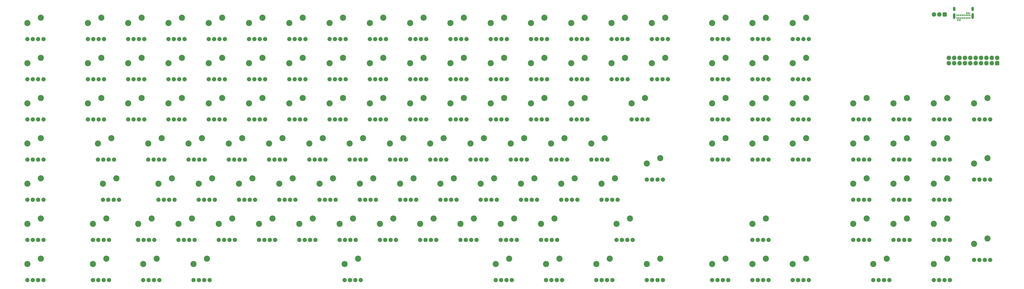
<source format=gts>
G04*
G04 #@! TF.GenerationSoftware,Altium Limited,Altium Designer,20.0.7 (75)*
G04*
G04 Layer_Color=8388736*
%FSLAX44Y44*%
%MOMM*%
G71*
G01*
G75*
%ADD11R,0.7500X0.6500*%
G04:AMPARAMS|DCode=12|XSize=2.1mm|YSize=2.1mm|CornerRadius=0.55mm|HoleSize=0mm|Usage=FLASHONLY|Rotation=180.000|XOffset=0mm|YOffset=0mm|HoleType=Round|Shape=RoundedRectangle|*
%AMROUNDEDRECTD12*
21,1,2.1000,1.0000,0,0,180.0*
21,1,1.0000,2.1000,0,0,180.0*
1,1,1.1000,-0.5000,0.5000*
1,1,1.1000,0.5000,0.5000*
1,1,1.1000,0.5000,-0.5000*
1,1,1.1000,-0.5000,-0.5000*
%
%ADD12ROUNDEDRECTD12*%
%ADD13C,2.1000*%
%ADD14O,1.2000X2.0000*%
%ADD15O,1.2000X2.7000*%
%ADD16C,0.7000*%
%ADD17C,0.1000*%
%ADD18C,2.0000*%
%ADD19C,2.9000*%
D11*
X4525750Y1318000D02*
D03*
X4516750D02*
D03*
X4474250Y1286000D02*
D03*
X4483250D02*
D03*
D12*
X4411400Y1312000D02*
D03*
X4660000Y1081400D02*
D03*
D13*
X4386000Y1312000D02*
D03*
X4360600D02*
D03*
X4660000Y1106800D02*
D03*
X4634600Y1081400D02*
D03*
Y1106800D02*
D03*
X4609200Y1081400D02*
D03*
Y1106800D02*
D03*
X4583800Y1081400D02*
D03*
Y1106800D02*
D03*
X4558400Y1081400D02*
D03*
Y1106800D02*
D03*
X4533000Y1081400D02*
D03*
Y1106800D02*
D03*
X4507600Y1081400D02*
D03*
Y1106800D02*
D03*
X4482200Y1081400D02*
D03*
Y1106800D02*
D03*
X4456800Y1081400D02*
D03*
Y1106800D02*
D03*
X4431400Y1081400D02*
D03*
Y1106800D02*
D03*
D14*
X4543250Y1338600D02*
D03*
X4456750D02*
D03*
D15*
X4543250Y1304800D02*
D03*
X4456750D02*
D03*
D16*
X4529750Y1295000D02*
D03*
X4521250D02*
D03*
X4478750Y1308500D02*
D03*
X4487250D02*
D03*
X4495750D02*
D03*
X4504250D02*
D03*
X4512750D02*
D03*
X4521250D02*
D03*
X4529750D02*
D03*
X4470250D02*
D03*
X4512750Y1295000D02*
D03*
X4504250D02*
D03*
X4495750D02*
D03*
X4487250D02*
D03*
X4478750D02*
D03*
X4470250D02*
D03*
D17*
X3912500Y1236000D02*
D03*
Y994000D02*
D03*
X4335000Y1240000D02*
D03*
Y990000D02*
D03*
X4397875Y865500D02*
D03*
X4448675D02*
D03*
X4347075D02*
D03*
X4207375D02*
D03*
X4258175D02*
D03*
X4156575D02*
D03*
X4016875D02*
D03*
X4067675D02*
D03*
X3966075D02*
D03*
X3540625Y1246500D02*
D03*
X3591425D02*
D03*
X3489825D02*
D03*
X3350125D02*
D03*
X3400925D02*
D03*
X3299325D02*
D03*
X4397875Y675000D02*
D03*
X4448675D02*
D03*
X4347075D02*
D03*
X4207375D02*
D03*
X4258175D02*
D03*
X4156575D02*
D03*
X4016875D02*
D03*
X4067675D02*
D03*
X3966075D02*
D03*
X3540625Y1056000D02*
D03*
X3591425D02*
D03*
X3489825D02*
D03*
X3350125D02*
D03*
X3400925D02*
D03*
X3299325D02*
D03*
X4397875Y484500D02*
D03*
X4448675D02*
D03*
X4347075D02*
D03*
X4207375D02*
D03*
X4258175D02*
D03*
X4156575D02*
D03*
X4016875D02*
D03*
X4067675D02*
D03*
X3966075D02*
D03*
X3731125Y1246500D02*
D03*
X3781925D02*
D03*
X3680325D02*
D03*
X3350125Y865500D02*
D03*
X3400925D02*
D03*
X3299325D02*
D03*
X4397875Y294000D02*
D03*
X4448675D02*
D03*
X4347075D02*
D03*
X4207375D02*
D03*
X4258175D02*
D03*
X4156575D02*
D03*
X4016875D02*
D03*
X4067675D02*
D03*
X3966075D02*
D03*
X3731125Y103500D02*
D03*
X3781925D02*
D03*
X3680325D02*
D03*
X3731125Y1056000D02*
D03*
X3781925D02*
D03*
X3680325D02*
D03*
X3350125Y675000D02*
D03*
X3400925D02*
D03*
X3299325D02*
D03*
X4588375Y865500D02*
D03*
X4639175D02*
D03*
X4537575D02*
D03*
X4112125Y103500D02*
D03*
X4162925D02*
D03*
X4061325D02*
D03*
X3540625Y294000D02*
D03*
X3591425D02*
D03*
X3489825D02*
D03*
X3731125Y865500D02*
D03*
X3781925D02*
D03*
X3680325D02*
D03*
X3540625D02*
D03*
X3591425D02*
D03*
X3489825D02*
D03*
X4588375Y579750D02*
D03*
X4639175D02*
D03*
X4537575D02*
D03*
X4397875Y103500D02*
D03*
X4448675D02*
D03*
X4347075D02*
D03*
X3540625D02*
D03*
X3591425D02*
D03*
X3489825D02*
D03*
X3731125Y675000D02*
D03*
X3781925D02*
D03*
X3680325D02*
D03*
X3540625D02*
D03*
X3591425D02*
D03*
X3489825D02*
D03*
X4588375Y198750D02*
D03*
X4639175D02*
D03*
X4537575D02*
D03*
X3350125Y103500D02*
D03*
X3400925D02*
D03*
X3299325D02*
D03*
X3064375Y1246500D02*
D03*
X3115175D02*
D03*
X3013575D02*
D03*
X2873875D02*
D03*
X2924675D02*
D03*
X2823075D02*
D03*
X2683375D02*
D03*
X2734175D02*
D03*
X2632575D02*
D03*
X2492875D02*
D03*
X2543675D02*
D03*
X2442075D02*
D03*
X2302375D02*
D03*
X2353175D02*
D03*
X2251575D02*
D03*
X2111875D02*
D03*
X2162675D02*
D03*
X2061075D02*
D03*
X1921375D02*
D03*
X1972175D02*
D03*
X1870575D02*
D03*
X1730875D02*
D03*
X1781675D02*
D03*
X1680075D02*
D03*
X1540375D02*
D03*
X1591175D02*
D03*
X1489575D02*
D03*
X1349875D02*
D03*
X1400675D02*
D03*
X1299075D02*
D03*
X1159375D02*
D03*
X1210175D02*
D03*
X1108575D02*
D03*
X968875D02*
D03*
X1019675D02*
D03*
X918075D02*
D03*
X778375D02*
D03*
X829175D02*
D03*
X727575D02*
D03*
X587875D02*
D03*
X638675D02*
D03*
X537075D02*
D03*
X397375D02*
D03*
X448175D02*
D03*
X346575D02*
D03*
X111625D02*
D03*
X162425D02*
D03*
X60825D02*
D03*
X3064375Y1056000D02*
D03*
X3115175D02*
D03*
X3013575D02*
D03*
X2873875D02*
D03*
X2924675D02*
D03*
X2823075D02*
D03*
X2683375D02*
D03*
X2734175D02*
D03*
X2632575D02*
D03*
X2492875D02*
D03*
X2543675D02*
D03*
X2442075D02*
D03*
X2302375D02*
D03*
X2353175D02*
D03*
X2251575D02*
D03*
X2111875D02*
D03*
X2162675D02*
D03*
X2061075D02*
D03*
X1921375D02*
D03*
X1972175D02*
D03*
X1870575D02*
D03*
X1730875D02*
D03*
X1781675D02*
D03*
X1680075D02*
D03*
X1540375D02*
D03*
X1591175D02*
D03*
X1489575D02*
D03*
X1349875D02*
D03*
X1400675D02*
D03*
X1299075D02*
D03*
X1159375D02*
D03*
X1210175D02*
D03*
X1108575D02*
D03*
X968875D02*
D03*
X1019675D02*
D03*
X918075D02*
D03*
X778375D02*
D03*
X829175D02*
D03*
X727575D02*
D03*
X587875D02*
D03*
X638675D02*
D03*
X537075D02*
D03*
X397375D02*
D03*
X448175D02*
D03*
X346575D02*
D03*
X111625D02*
D03*
X162425D02*
D03*
X60825D02*
D03*
X2969125Y865500D02*
D03*
X3019925D02*
D03*
X2918325D02*
D03*
X2683375D02*
D03*
X2734175D02*
D03*
X2632575D02*
D03*
X2492875D02*
D03*
X2543675D02*
D03*
X2442075D02*
D03*
X2302375D02*
D03*
X2353175D02*
D03*
X2251575D02*
D03*
X2111875D02*
D03*
X2162675D02*
D03*
X2061075D02*
D03*
X1921375D02*
D03*
X1972175D02*
D03*
X1870575D02*
D03*
X1730875D02*
D03*
X1781675D02*
D03*
X1680075D02*
D03*
X1540375D02*
D03*
X1591175D02*
D03*
X1489575D02*
D03*
X1349875D02*
D03*
X1400675D02*
D03*
X1299075D02*
D03*
X1159375D02*
D03*
X1210175D02*
D03*
X1108575D02*
D03*
X968875D02*
D03*
X1019675D02*
D03*
X918075D02*
D03*
X778375D02*
D03*
X829175D02*
D03*
X727575D02*
D03*
X587875D02*
D03*
X638675D02*
D03*
X537075D02*
D03*
X397375D02*
D03*
X448175D02*
D03*
X346575D02*
D03*
X111625D02*
D03*
X162425D02*
D03*
X60825D02*
D03*
X3040565Y579750D02*
D03*
X3091365D02*
D03*
X2989765D02*
D03*
X2778625Y675000D02*
D03*
X2829425D02*
D03*
X2727825D02*
D03*
X2588125D02*
D03*
X2638925D02*
D03*
X2537325D02*
D03*
X2397625D02*
D03*
X2448425D02*
D03*
X2346825D02*
D03*
X2207125D02*
D03*
X2257925D02*
D03*
X2156325D02*
D03*
X2016625D02*
D03*
X2067425D02*
D03*
X1965825D02*
D03*
X1826125D02*
D03*
X1876925D02*
D03*
X1775325D02*
D03*
X1635625D02*
D03*
X1686425D02*
D03*
X1584825D02*
D03*
X1445125D02*
D03*
X1495925D02*
D03*
X1394325D02*
D03*
X1254625D02*
D03*
X1305425D02*
D03*
X1203825D02*
D03*
X1064125D02*
D03*
X1114925D02*
D03*
X1013325D02*
D03*
X873625D02*
D03*
X924425D02*
D03*
X822825D02*
D03*
X683125D02*
D03*
X733925D02*
D03*
X632325D02*
D03*
X445000D02*
D03*
X495800D02*
D03*
X394200D02*
D03*
X111625D02*
D03*
X162425D02*
D03*
X60825D02*
D03*
X2826255Y484500D02*
D03*
X2877055D02*
D03*
X2775455D02*
D03*
X2635755D02*
D03*
X2686555D02*
D03*
X2584955D02*
D03*
X2445255D02*
D03*
X2496055D02*
D03*
X2394455D02*
D03*
X2254755D02*
D03*
X2305555D02*
D03*
X2203955D02*
D03*
X2064255D02*
D03*
X2115055D02*
D03*
X2013455D02*
D03*
X1873755D02*
D03*
X1924555D02*
D03*
X1822955D02*
D03*
X1683255D02*
D03*
X1734055D02*
D03*
X1632455D02*
D03*
X1492755D02*
D03*
X1543555D02*
D03*
X1441955D02*
D03*
X1302255D02*
D03*
X1353055D02*
D03*
X1251455D02*
D03*
X1111755D02*
D03*
X1162555D02*
D03*
X1060955D02*
D03*
X921255D02*
D03*
X972055D02*
D03*
X870455D02*
D03*
X730755D02*
D03*
X781555D02*
D03*
X679955D02*
D03*
X468813D02*
D03*
X519613D02*
D03*
X418013D02*
D03*
X111625D02*
D03*
X162425D02*
D03*
X60825D02*
D03*
X2897685Y294000D02*
D03*
X2948485D02*
D03*
X2846885D02*
D03*
X2540505D02*
D03*
X2591305D02*
D03*
X2489705D02*
D03*
X2350005D02*
D03*
X2400805D02*
D03*
X2299205D02*
D03*
X2159505D02*
D03*
X2210305D02*
D03*
X2108705D02*
D03*
X1969005D02*
D03*
X2019805D02*
D03*
X1918205D02*
D03*
X1778505D02*
D03*
X1829305D02*
D03*
X1727705D02*
D03*
X1588005D02*
D03*
X1638805D02*
D03*
X1537205D02*
D03*
X1397505D02*
D03*
X1448305D02*
D03*
X1346705D02*
D03*
X1207005D02*
D03*
X1257805D02*
D03*
X1156205D02*
D03*
X1016505D02*
D03*
X1067305D02*
D03*
X965705D02*
D03*
X826005D02*
D03*
X876805D02*
D03*
X775205D02*
D03*
X635505D02*
D03*
X686305D02*
D03*
X584705D02*
D03*
X421188D02*
D03*
X471988D02*
D03*
X370388D02*
D03*
X111625D02*
D03*
X162425D02*
D03*
X60825D02*
D03*
X3040565Y103500D02*
D03*
X3091365D02*
D03*
X2989765D02*
D03*
X2802435D02*
D03*
X2853235D02*
D03*
X2751635D02*
D03*
X2564315D02*
D03*
X2615115D02*
D03*
X2513515D02*
D03*
X2326185D02*
D03*
X2376985D02*
D03*
X2275385D02*
D03*
X1611815D02*
D03*
X1662615D02*
D03*
X1561015D02*
D03*
X897435D02*
D03*
X948235D02*
D03*
X846635D02*
D03*
X659315D02*
D03*
X710115D02*
D03*
X608515D02*
D03*
X421188D02*
D03*
X471988D02*
D03*
X370388D02*
D03*
X111625D02*
D03*
X162425D02*
D03*
X60825D02*
D03*
D18*
X4435975Y814700D02*
D03*
X4410575D02*
D03*
X4385175D02*
D03*
X4359775D02*
D03*
X4245475D02*
D03*
X4220075D02*
D03*
X4194675D02*
D03*
X4169275D02*
D03*
X4054975D02*
D03*
X4029575D02*
D03*
X4004175D02*
D03*
X3978775D02*
D03*
X3578725Y1195700D02*
D03*
X3553325D02*
D03*
X3527925D02*
D03*
X3502525D02*
D03*
X3388225D02*
D03*
X3362825D02*
D03*
X3337425D02*
D03*
X3312025D02*
D03*
X4435975Y624200D02*
D03*
X4410575D02*
D03*
X4385175D02*
D03*
X4359775D02*
D03*
X4245475D02*
D03*
X4220075D02*
D03*
X4194675D02*
D03*
X4169275D02*
D03*
X4054975D02*
D03*
X4029575D02*
D03*
X4004175D02*
D03*
X3978775D02*
D03*
X3578725Y1005200D02*
D03*
X3553325D02*
D03*
X3527925D02*
D03*
X3502525D02*
D03*
X3388225D02*
D03*
X3362825D02*
D03*
X3337425D02*
D03*
X3312025D02*
D03*
X4435975Y433700D02*
D03*
X4410575D02*
D03*
X4385175D02*
D03*
X4359775D02*
D03*
X4245475D02*
D03*
X4220075D02*
D03*
X4194675D02*
D03*
X4169275D02*
D03*
X4054975D02*
D03*
X4029575D02*
D03*
X4004175D02*
D03*
X3978775D02*
D03*
X3769225Y1195700D02*
D03*
X3743825D02*
D03*
X3718425D02*
D03*
X3693025D02*
D03*
X3388225Y814700D02*
D03*
X3362825D02*
D03*
X3337425D02*
D03*
X3312025D02*
D03*
X4435975Y243200D02*
D03*
X4410575D02*
D03*
X4385175D02*
D03*
X4359775D02*
D03*
X4245475D02*
D03*
X4220075D02*
D03*
X4194675D02*
D03*
X4169275D02*
D03*
X4054975D02*
D03*
X4029575D02*
D03*
X4004175D02*
D03*
X3978775D02*
D03*
X3769225Y52700D02*
D03*
X3743825D02*
D03*
X3718425D02*
D03*
X3693025D02*
D03*
X3769225Y1005200D02*
D03*
X3743825D02*
D03*
X3718425D02*
D03*
X3693025D02*
D03*
X3388225Y624200D02*
D03*
X3362825D02*
D03*
X3337425D02*
D03*
X3312025D02*
D03*
X4626475Y814700D02*
D03*
X4601075D02*
D03*
X4575675D02*
D03*
X4550275D02*
D03*
X4150225Y52700D02*
D03*
X4124825D02*
D03*
X4099425D02*
D03*
X4074025D02*
D03*
X3578725Y243200D02*
D03*
X3553325D02*
D03*
X3527925D02*
D03*
X3502525D02*
D03*
X3769225Y814700D02*
D03*
X3743825D02*
D03*
X3718425D02*
D03*
X3693025D02*
D03*
X3578725D02*
D03*
X3553325D02*
D03*
X3527925D02*
D03*
X3502525D02*
D03*
X4626475Y528950D02*
D03*
X4601075D02*
D03*
X4575675D02*
D03*
X4550275D02*
D03*
X4435975Y52700D02*
D03*
X4410575D02*
D03*
X4385175D02*
D03*
X4359775D02*
D03*
X3578725D02*
D03*
X3553325D02*
D03*
X3527925D02*
D03*
X3502525D02*
D03*
X3769225Y624200D02*
D03*
X3743825D02*
D03*
X3718425D02*
D03*
X3693025D02*
D03*
X3578725D02*
D03*
X3553325D02*
D03*
X3527925D02*
D03*
X3502525D02*
D03*
X4626475Y147950D02*
D03*
X4601075D02*
D03*
X4575675D02*
D03*
X4550275D02*
D03*
X3388225Y52700D02*
D03*
X3362825D02*
D03*
X3337425D02*
D03*
X3312025D02*
D03*
X3102475Y1195700D02*
D03*
X3077075D02*
D03*
X3051675D02*
D03*
X3026275D02*
D03*
X2911975D02*
D03*
X2886575D02*
D03*
X2861175D02*
D03*
X2835775D02*
D03*
X2721475D02*
D03*
X2696075D02*
D03*
X2670675D02*
D03*
X2645275D02*
D03*
X2530975D02*
D03*
X2505575D02*
D03*
X2480175D02*
D03*
X2454775D02*
D03*
X2340475D02*
D03*
X2315075D02*
D03*
X2289675D02*
D03*
X2264275D02*
D03*
X2149975D02*
D03*
X2124575D02*
D03*
X2099175D02*
D03*
X2073775D02*
D03*
X1959475D02*
D03*
X1934075D02*
D03*
X1908675D02*
D03*
X1883275D02*
D03*
X1768975D02*
D03*
X1743575D02*
D03*
X1718175D02*
D03*
X1692775D02*
D03*
X1578475D02*
D03*
X1553075D02*
D03*
X1527675D02*
D03*
X1502275D02*
D03*
X1387975D02*
D03*
X1362575D02*
D03*
X1337175D02*
D03*
X1311775D02*
D03*
X1197475D02*
D03*
X1172075D02*
D03*
X1146675D02*
D03*
X1121275D02*
D03*
X1006975D02*
D03*
X981575D02*
D03*
X956175D02*
D03*
X930775D02*
D03*
X816475D02*
D03*
X791075D02*
D03*
X765675D02*
D03*
X740275D02*
D03*
X625975D02*
D03*
X600575D02*
D03*
X575175D02*
D03*
X549775D02*
D03*
X435475D02*
D03*
X410075D02*
D03*
X384675D02*
D03*
X359275D02*
D03*
X149725D02*
D03*
X124325D02*
D03*
X98925D02*
D03*
X73525D02*
D03*
X3102475Y1005200D02*
D03*
X3077075D02*
D03*
X3051675D02*
D03*
X3026275D02*
D03*
X2911975D02*
D03*
X2886575D02*
D03*
X2861175D02*
D03*
X2835775D02*
D03*
X2721475D02*
D03*
X2696075D02*
D03*
X2670675D02*
D03*
X2645275D02*
D03*
X2530975D02*
D03*
X2505575D02*
D03*
X2480175D02*
D03*
X2454775D02*
D03*
X2340475D02*
D03*
X2315075D02*
D03*
X2289675D02*
D03*
X2264275D02*
D03*
X2149975D02*
D03*
X2124575D02*
D03*
X2099175D02*
D03*
X2073775D02*
D03*
X1959475D02*
D03*
X1934075D02*
D03*
X1908675D02*
D03*
X1883275D02*
D03*
X1768975D02*
D03*
X1743575D02*
D03*
X1718175D02*
D03*
X1692775D02*
D03*
X1578475D02*
D03*
X1553075D02*
D03*
X1527675D02*
D03*
X1502275D02*
D03*
X1387975D02*
D03*
X1362575D02*
D03*
X1337175D02*
D03*
X1311775D02*
D03*
X1197475D02*
D03*
X1172075D02*
D03*
X1146675D02*
D03*
X1121275D02*
D03*
X1006975D02*
D03*
X981575D02*
D03*
X956175D02*
D03*
X930775D02*
D03*
X816475D02*
D03*
X791075D02*
D03*
X765675D02*
D03*
X740275D02*
D03*
X625975D02*
D03*
X600575D02*
D03*
X575175D02*
D03*
X549775D02*
D03*
X435475D02*
D03*
X410075D02*
D03*
X384675D02*
D03*
X359275D02*
D03*
X149725D02*
D03*
X124325D02*
D03*
X98925D02*
D03*
X73525D02*
D03*
X3007225Y814700D02*
D03*
X2981825D02*
D03*
X2956425D02*
D03*
X2931025D02*
D03*
X2721475D02*
D03*
X2696075D02*
D03*
X2670675D02*
D03*
X2645275D02*
D03*
X2530975D02*
D03*
X2505575D02*
D03*
X2480175D02*
D03*
X2454775D02*
D03*
X2340475D02*
D03*
X2315075D02*
D03*
X2289675D02*
D03*
X2264275D02*
D03*
X2149975D02*
D03*
X2124575D02*
D03*
X2099175D02*
D03*
X2073775D02*
D03*
X1959475D02*
D03*
X1934075D02*
D03*
X1908675D02*
D03*
X1883275D02*
D03*
X1768975D02*
D03*
X1743575D02*
D03*
X1718175D02*
D03*
X1692775D02*
D03*
X1578475D02*
D03*
X1553075D02*
D03*
X1527675D02*
D03*
X1502275D02*
D03*
X1387975D02*
D03*
X1362575D02*
D03*
X1337175D02*
D03*
X1311775D02*
D03*
X1197475D02*
D03*
X1172075D02*
D03*
X1146675D02*
D03*
X1121275D02*
D03*
X1006975D02*
D03*
X981575D02*
D03*
X956175D02*
D03*
X930775D02*
D03*
X816475D02*
D03*
X791075D02*
D03*
X765675D02*
D03*
X740275D02*
D03*
X625975D02*
D03*
X600575D02*
D03*
X575175D02*
D03*
X549775D02*
D03*
X435475D02*
D03*
X410075D02*
D03*
X384675D02*
D03*
X359275D02*
D03*
X149725D02*
D03*
X124325D02*
D03*
X98925D02*
D03*
X73525D02*
D03*
X3078665Y528950D02*
D03*
X3053265D02*
D03*
X3027865D02*
D03*
X3002465D02*
D03*
X2816725Y624200D02*
D03*
X2791325D02*
D03*
X2765925D02*
D03*
X2740525D02*
D03*
X2626225D02*
D03*
X2600825D02*
D03*
X2575425D02*
D03*
X2550025D02*
D03*
X2435725D02*
D03*
X2410325D02*
D03*
X2384925D02*
D03*
X2359525D02*
D03*
X2245225D02*
D03*
X2219825D02*
D03*
X2194425D02*
D03*
X2169025D02*
D03*
X2054725D02*
D03*
X2029325D02*
D03*
X2003925D02*
D03*
X1978525D02*
D03*
X1864225D02*
D03*
X1838825D02*
D03*
X1813425D02*
D03*
X1788025D02*
D03*
X1673725D02*
D03*
X1648325D02*
D03*
X1622925D02*
D03*
X1597525D02*
D03*
X1483225D02*
D03*
X1457825D02*
D03*
X1432425D02*
D03*
X1407025D02*
D03*
X1292725D02*
D03*
X1267325D02*
D03*
X1241925D02*
D03*
X1216525D02*
D03*
X1102225D02*
D03*
X1076825D02*
D03*
X1051425D02*
D03*
X1026025D02*
D03*
X911725D02*
D03*
X886325D02*
D03*
X860925D02*
D03*
X835525D02*
D03*
X721225D02*
D03*
X695825D02*
D03*
X670425D02*
D03*
X645025D02*
D03*
X483100D02*
D03*
X457700D02*
D03*
X432300D02*
D03*
X406900D02*
D03*
X149725D02*
D03*
X124325D02*
D03*
X98925D02*
D03*
X73525D02*
D03*
X2864355Y433700D02*
D03*
X2838955D02*
D03*
X2813555D02*
D03*
X2788155D02*
D03*
X2673855D02*
D03*
X2648455D02*
D03*
X2623055D02*
D03*
X2597655D02*
D03*
X2483355D02*
D03*
X2457955D02*
D03*
X2432555D02*
D03*
X2407155D02*
D03*
X2292855D02*
D03*
X2267455D02*
D03*
X2242055D02*
D03*
X2216655D02*
D03*
X2102355D02*
D03*
X2076955D02*
D03*
X2051555D02*
D03*
X2026155D02*
D03*
X1911855D02*
D03*
X1886455D02*
D03*
X1861055D02*
D03*
X1835655D02*
D03*
X1721355D02*
D03*
X1695955D02*
D03*
X1670555D02*
D03*
X1645155D02*
D03*
X1530855D02*
D03*
X1505455D02*
D03*
X1480055D02*
D03*
X1454655D02*
D03*
X1340355D02*
D03*
X1314955D02*
D03*
X1289555D02*
D03*
X1264155D02*
D03*
X1149855D02*
D03*
X1124455D02*
D03*
X1099055D02*
D03*
X1073655D02*
D03*
X959355D02*
D03*
X933955D02*
D03*
X908555D02*
D03*
X883155D02*
D03*
X768855D02*
D03*
X743455D02*
D03*
X718055D02*
D03*
X692655D02*
D03*
X506913D02*
D03*
X481513D02*
D03*
X456113D02*
D03*
X430713D02*
D03*
X149725D02*
D03*
X124325D02*
D03*
X98925D02*
D03*
X73525D02*
D03*
X2935785Y243200D02*
D03*
X2910385D02*
D03*
X2884985D02*
D03*
X2859585D02*
D03*
X2578605D02*
D03*
X2553205D02*
D03*
X2527805D02*
D03*
X2502405D02*
D03*
X2388105D02*
D03*
X2362705D02*
D03*
X2337305D02*
D03*
X2311905D02*
D03*
X2197605D02*
D03*
X2172205D02*
D03*
X2146805D02*
D03*
X2121405D02*
D03*
X2007105D02*
D03*
X1981705D02*
D03*
X1956305D02*
D03*
X1930905D02*
D03*
X1816605D02*
D03*
X1791205D02*
D03*
X1765805D02*
D03*
X1740405D02*
D03*
X1626105D02*
D03*
X1600705D02*
D03*
X1575305D02*
D03*
X1549905D02*
D03*
X1435605D02*
D03*
X1410205D02*
D03*
X1384805D02*
D03*
X1359405D02*
D03*
X1245105D02*
D03*
X1219705D02*
D03*
X1194305D02*
D03*
X1168905D02*
D03*
X1054605D02*
D03*
X1029205D02*
D03*
X1003805D02*
D03*
X978405D02*
D03*
X864105D02*
D03*
X838705D02*
D03*
X813305D02*
D03*
X787905D02*
D03*
X673605D02*
D03*
X648205D02*
D03*
X622805D02*
D03*
X597405D02*
D03*
X459288D02*
D03*
X433888D02*
D03*
X408488D02*
D03*
X383088D02*
D03*
X149725D02*
D03*
X124325D02*
D03*
X98925D02*
D03*
X73525D02*
D03*
X3078665Y52700D02*
D03*
X3053265D02*
D03*
X3027865D02*
D03*
X3002465D02*
D03*
X2840535D02*
D03*
X2815135D02*
D03*
X2789735D02*
D03*
X2764335D02*
D03*
X2602415D02*
D03*
X2577015D02*
D03*
X2551615D02*
D03*
X2526215D02*
D03*
X2364285D02*
D03*
X2338885D02*
D03*
X2313485D02*
D03*
X2288085D02*
D03*
X1649915D02*
D03*
X1624515D02*
D03*
X1599115D02*
D03*
X1573715D02*
D03*
X935535D02*
D03*
X910135D02*
D03*
X884735D02*
D03*
X859335D02*
D03*
X697415D02*
D03*
X672015D02*
D03*
X646615D02*
D03*
X621215D02*
D03*
X459288D02*
D03*
X433888D02*
D03*
X408488D02*
D03*
X383088D02*
D03*
X149725D02*
D03*
X124325D02*
D03*
X98925D02*
D03*
X73525D02*
D03*
D19*
X4423275Y916300D02*
D03*
X4359775Y890900D02*
D03*
X4232775Y916300D02*
D03*
X4169275Y890900D02*
D03*
X4042275Y916300D02*
D03*
X3978775Y890900D02*
D03*
X3566025Y1297300D02*
D03*
X3502525Y1271900D02*
D03*
X3375525Y1297300D02*
D03*
X3312025Y1271900D02*
D03*
X4423275Y725800D02*
D03*
X4359775Y700400D02*
D03*
X4232775Y725800D02*
D03*
X4169275Y700400D02*
D03*
X4042275Y725800D02*
D03*
X3978775Y700400D02*
D03*
X3566025Y1106800D02*
D03*
X3502525Y1081400D02*
D03*
X3375525Y1106800D02*
D03*
X3312025Y1081400D02*
D03*
X4423275Y535300D02*
D03*
X4359775Y509900D02*
D03*
X4232775Y535300D02*
D03*
X4169275Y509900D02*
D03*
X4042275Y535300D02*
D03*
X3978775Y509900D02*
D03*
X3756525Y1297300D02*
D03*
X3693025Y1271900D02*
D03*
X3375525Y916300D02*
D03*
X3312025Y890900D02*
D03*
X4423275Y344800D02*
D03*
X4359775Y319400D02*
D03*
X4232775Y344800D02*
D03*
X4169275Y319400D02*
D03*
X4042275Y344800D02*
D03*
X3978775Y319400D02*
D03*
X3756525Y154300D02*
D03*
X3693025Y128900D02*
D03*
X3756525Y1106800D02*
D03*
X3693025Y1081400D02*
D03*
X3375525Y725800D02*
D03*
X3312025Y700400D02*
D03*
X4613775Y916300D02*
D03*
X4550275Y890900D02*
D03*
X4137525Y154300D02*
D03*
X4074025Y128900D02*
D03*
X3566025Y344800D02*
D03*
X3502525Y319400D02*
D03*
X3756525Y916300D02*
D03*
X3693025Y890900D02*
D03*
X3566025Y916300D02*
D03*
X3502525Y890900D02*
D03*
X4613775Y630550D02*
D03*
X4550275Y605150D02*
D03*
X4423275Y154300D02*
D03*
X4359775Y128900D02*
D03*
X3566025Y154300D02*
D03*
X3502525Y128900D02*
D03*
X3756525Y725800D02*
D03*
X3693025Y700400D02*
D03*
X3566025Y725800D02*
D03*
X3502525Y700400D02*
D03*
X4613775Y249550D02*
D03*
X4550275Y224150D02*
D03*
X3375525Y154300D02*
D03*
X3312025Y128900D02*
D03*
X3089775Y1297300D02*
D03*
X3026275Y1271900D02*
D03*
X2899275Y1297300D02*
D03*
X2835775Y1271900D02*
D03*
X2708775Y1297300D02*
D03*
X2645275Y1271900D02*
D03*
X2518275Y1297300D02*
D03*
X2454775Y1271900D02*
D03*
X2327775Y1297300D02*
D03*
X2264275Y1271900D02*
D03*
X2137275Y1297300D02*
D03*
X2073775Y1271900D02*
D03*
X1946775Y1297300D02*
D03*
X1883275Y1271900D02*
D03*
X1756275Y1297300D02*
D03*
X1692775Y1271900D02*
D03*
X1565775Y1297300D02*
D03*
X1502275Y1271900D02*
D03*
X1375275Y1297300D02*
D03*
X1311775Y1271900D02*
D03*
X1184775Y1297300D02*
D03*
X1121275Y1271900D02*
D03*
X994275Y1297300D02*
D03*
X930775Y1271900D02*
D03*
X803775Y1297300D02*
D03*
X740275Y1271900D02*
D03*
X613275Y1297300D02*
D03*
X549775Y1271900D02*
D03*
X422775Y1297300D02*
D03*
X359275Y1271900D02*
D03*
X137025Y1297300D02*
D03*
X73525Y1271900D02*
D03*
X3089775Y1106800D02*
D03*
X3026275Y1081400D02*
D03*
X2899275Y1106800D02*
D03*
X2835775Y1081400D02*
D03*
X2708775Y1106800D02*
D03*
X2645275Y1081400D02*
D03*
X2518275Y1106800D02*
D03*
X2454775Y1081400D02*
D03*
X2327775Y1106800D02*
D03*
X2264275Y1081400D02*
D03*
X2137275Y1106800D02*
D03*
X2073775Y1081400D02*
D03*
X1946775Y1106800D02*
D03*
X1883275Y1081400D02*
D03*
X1756275Y1106800D02*
D03*
X1692775Y1081400D02*
D03*
X1565775Y1106800D02*
D03*
X1502275Y1081400D02*
D03*
X1375275Y1106800D02*
D03*
X1311775Y1081400D02*
D03*
X1184775Y1106800D02*
D03*
X1121275Y1081400D02*
D03*
X994275Y1106800D02*
D03*
X930775Y1081400D02*
D03*
X803775Y1106800D02*
D03*
X740275Y1081400D02*
D03*
X613275Y1106800D02*
D03*
X549775Y1081400D02*
D03*
X422775Y1106800D02*
D03*
X359275Y1081400D02*
D03*
X137025Y1106800D02*
D03*
X73525Y1081400D02*
D03*
X2994525Y916300D02*
D03*
X2931025Y890900D02*
D03*
X2708775Y916300D02*
D03*
X2645275Y890900D02*
D03*
X2518275Y916300D02*
D03*
X2454775Y890900D02*
D03*
X2327775Y916300D02*
D03*
X2264275Y890900D02*
D03*
X2137275Y916300D02*
D03*
X2073775Y890900D02*
D03*
X1946775Y916300D02*
D03*
X1883275Y890900D02*
D03*
X1756275Y916300D02*
D03*
X1692775Y890900D02*
D03*
X1565775Y916300D02*
D03*
X1502275Y890900D02*
D03*
X1375275Y916300D02*
D03*
X1311775Y890900D02*
D03*
X1184775Y916300D02*
D03*
X1121275Y890900D02*
D03*
X994275Y916300D02*
D03*
X930775Y890900D02*
D03*
X803775Y916300D02*
D03*
X740275Y890900D02*
D03*
X613275Y916300D02*
D03*
X549775Y890900D02*
D03*
X422775Y916300D02*
D03*
X359275Y890900D02*
D03*
X137025Y916300D02*
D03*
X73525Y890900D02*
D03*
X3065965Y630550D02*
D03*
X3002465Y605150D02*
D03*
X2804025Y725800D02*
D03*
X2740525Y700400D02*
D03*
X2613525Y725800D02*
D03*
X2550025Y700400D02*
D03*
X2423025Y725800D02*
D03*
X2359525Y700400D02*
D03*
X2232525Y725800D02*
D03*
X2169025Y700400D02*
D03*
X2042025Y725800D02*
D03*
X1978525Y700400D02*
D03*
X1851525Y725800D02*
D03*
X1788025Y700400D02*
D03*
X1661025Y725800D02*
D03*
X1597525Y700400D02*
D03*
X1470525Y725800D02*
D03*
X1407025Y700400D02*
D03*
X1280025Y725800D02*
D03*
X1216525Y700400D02*
D03*
X1089525Y725800D02*
D03*
X1026025Y700400D02*
D03*
X899025Y725800D02*
D03*
X835525Y700400D02*
D03*
X708525Y725800D02*
D03*
X645025Y700400D02*
D03*
X470400Y725800D02*
D03*
X406900Y700400D02*
D03*
X137025Y725800D02*
D03*
X73525Y700400D02*
D03*
X2851655Y535300D02*
D03*
X2788155Y509900D02*
D03*
X2661155Y535300D02*
D03*
X2597655Y509900D02*
D03*
X2470655Y535300D02*
D03*
X2407155Y509900D02*
D03*
X2280155Y535300D02*
D03*
X2216655Y509900D02*
D03*
X2089655Y535300D02*
D03*
X2026155Y509900D02*
D03*
X1899155Y535300D02*
D03*
X1835655Y509900D02*
D03*
X1708655Y535300D02*
D03*
X1645155Y509900D02*
D03*
X1518155Y535300D02*
D03*
X1454655Y509900D02*
D03*
X1327655Y535300D02*
D03*
X1264155Y509900D02*
D03*
X1137155Y535300D02*
D03*
X1073655Y509900D02*
D03*
X946655Y535300D02*
D03*
X883155Y509900D02*
D03*
X756155Y535300D02*
D03*
X692655Y509900D02*
D03*
X494213Y535300D02*
D03*
X430713Y509900D02*
D03*
X137025Y535300D02*
D03*
X73525Y509900D02*
D03*
X2923085Y344800D02*
D03*
X2859585Y319400D02*
D03*
X2565905Y344800D02*
D03*
X2502405Y319400D02*
D03*
X2375405Y344800D02*
D03*
X2311905Y319400D02*
D03*
X2184905Y344800D02*
D03*
X2121405Y319400D02*
D03*
X1994405Y344800D02*
D03*
X1930905Y319400D02*
D03*
X1803905Y344800D02*
D03*
X1740405Y319400D02*
D03*
X1613405Y344800D02*
D03*
X1549905Y319400D02*
D03*
X1422905Y344800D02*
D03*
X1359405Y319400D02*
D03*
X1232405Y344800D02*
D03*
X1168905Y319400D02*
D03*
X1041905Y344800D02*
D03*
X978405Y319400D02*
D03*
X851405Y344800D02*
D03*
X787905Y319400D02*
D03*
X660905Y344800D02*
D03*
X597405Y319400D02*
D03*
X446588Y344800D02*
D03*
X383088Y319400D02*
D03*
X137025Y344800D02*
D03*
X73525Y319400D02*
D03*
X3065965Y154300D02*
D03*
X3002465Y128900D02*
D03*
X2827835Y154300D02*
D03*
X2764335Y128900D02*
D03*
X2589715Y154300D02*
D03*
X2526215Y128900D02*
D03*
X2351585Y154300D02*
D03*
X2288085Y128900D02*
D03*
X1637215Y154300D02*
D03*
X1573715Y128900D02*
D03*
X922835Y154300D02*
D03*
X859335Y128900D02*
D03*
X684715Y154300D02*
D03*
X621215Y128900D02*
D03*
X446588Y154300D02*
D03*
X383088Y128900D02*
D03*
X137025Y154300D02*
D03*
X73525Y128900D02*
D03*
M02*

</source>
